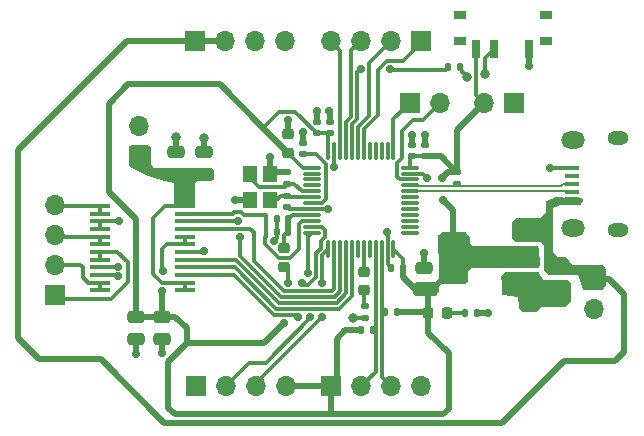
<source format=gbr>
%TF.GenerationSoftware,KiCad,Pcbnew,(6.0.11)*%
%TF.CreationDate,2023-06-03T19:27:43-07:00*%
%TF.ProjectId,stm32_PendCartBoard,73746d33-325f-4506-956e-644361727442,rev?*%
%TF.SameCoordinates,Original*%
%TF.FileFunction,Copper,L1,Top*%
%TF.FilePolarity,Positive*%
%FSLAX46Y46*%
G04 Gerber Fmt 4.6, Leading zero omitted, Abs format (unit mm)*
G04 Created by KiCad (PCBNEW (6.0.11)) date 2023-06-03 19:27:43*
%MOMM*%
%LPD*%
G01*
G04 APERTURE LIST*
G04 Aperture macros list*
%AMRoundRect*
0 Rectangle with rounded corners*
0 $1 Rounding radius*
0 $2 $3 $4 $5 $6 $7 $8 $9 X,Y pos of 4 corners*
0 Add a 4 corners polygon primitive as box body*
4,1,4,$2,$3,$4,$5,$6,$7,$8,$9,$2,$3,0*
0 Add four circle primitives for the rounded corners*
1,1,$1+$1,$2,$3*
1,1,$1+$1,$4,$5*
1,1,$1+$1,$6,$7*
1,1,$1+$1,$8,$9*
0 Add four rect primitives between the rounded corners*
20,1,$1+$1,$2,$3,$4,$5,0*
20,1,$1+$1,$4,$5,$6,$7,0*
20,1,$1+$1,$6,$7,$8,$9,0*
20,1,$1+$1,$8,$9,$2,$3,0*%
G04 Aperture macros list end*
%TA.AperFunction,SMDPad,CuDef*%
%ADD10RoundRect,0.218750X0.256250X-0.218750X0.256250X0.218750X-0.256250X0.218750X-0.256250X-0.218750X0*%
%TD*%
%TA.AperFunction,SMDPad,CuDef*%
%ADD11RoundRect,0.135000X0.185000X-0.135000X0.185000X0.135000X-0.185000X0.135000X-0.185000X-0.135000X0*%
%TD*%
%TA.AperFunction,ComponentPad*%
%ADD12R,1.700000X1.700000*%
%TD*%
%TA.AperFunction,ComponentPad*%
%ADD13O,1.700000X1.700000*%
%TD*%
%TA.AperFunction,SMDPad,CuDef*%
%ADD14RoundRect,0.140000X0.140000X0.170000X-0.140000X0.170000X-0.140000X-0.170000X0.140000X-0.170000X0*%
%TD*%
%TA.AperFunction,SMDPad,CuDef*%
%ADD15RoundRect,0.225000X0.250000X-0.225000X0.250000X0.225000X-0.250000X0.225000X-0.250000X-0.225000X0*%
%TD*%
%TA.AperFunction,SMDPad,CuDef*%
%ADD16RoundRect,0.218750X0.218750X0.256250X-0.218750X0.256250X-0.218750X-0.256250X0.218750X-0.256250X0*%
%TD*%
%TA.AperFunction,SMDPad,CuDef*%
%ADD17R,1.300000X0.450000*%
%TD*%
%TA.AperFunction,ComponentPad*%
%ADD18O,2.000000X1.450000*%
%TD*%
%TA.AperFunction,ComponentPad*%
%ADD19O,1.800000X1.150000*%
%TD*%
%TA.AperFunction,SMDPad,CuDef*%
%ADD20RoundRect,0.250000X-0.475000X0.250000X-0.475000X-0.250000X0.475000X-0.250000X0.475000X0.250000X0*%
%TD*%
%TA.AperFunction,SMDPad,CuDef*%
%ADD21RoundRect,0.250000X0.475000X-0.250000X0.475000X0.250000X-0.475000X0.250000X-0.475000X-0.250000X0*%
%TD*%
%TA.AperFunction,SMDPad,CuDef*%
%ADD22R,2.000000X1.500000*%
%TD*%
%TA.AperFunction,SMDPad,CuDef*%
%ADD23R,2.000000X3.800000*%
%TD*%
%TA.AperFunction,SMDPad,CuDef*%
%ADD24RoundRect,0.140000X0.170000X-0.140000X0.170000X0.140000X-0.170000X0.140000X-0.170000X-0.140000X0*%
%TD*%
%TA.AperFunction,SMDPad,CuDef*%
%ADD25RoundRect,0.135000X-0.135000X-0.185000X0.135000X-0.185000X0.135000X0.185000X-0.135000X0.185000X0*%
%TD*%
%TA.AperFunction,SMDPad,CuDef*%
%ADD26RoundRect,0.218750X-0.256250X0.218750X-0.256250X-0.218750X0.256250X-0.218750X0.256250X0.218750X0*%
%TD*%
%TA.AperFunction,SMDPad,CuDef*%
%ADD27R,1.750000X0.450000*%
%TD*%
%TA.AperFunction,SMDPad,CuDef*%
%ADD28R,1.200000X1.400000*%
%TD*%
%TA.AperFunction,SMDPad,CuDef*%
%ADD29RoundRect,0.135000X-0.185000X0.135000X-0.185000X-0.135000X0.185000X-0.135000X0.185000X0.135000X0*%
%TD*%
%TA.AperFunction,SMDPad,CuDef*%
%ADD30RoundRect,0.135000X0.135000X0.185000X-0.135000X0.185000X-0.135000X-0.185000X0.135000X-0.185000X0*%
%TD*%
%TA.AperFunction,SMDPad,CuDef*%
%ADD31R,1.000000X0.800000*%
%TD*%
%TA.AperFunction,SMDPad,CuDef*%
%ADD32R,0.700000X1.500000*%
%TD*%
%TA.AperFunction,SMDPad,CuDef*%
%ADD33RoundRect,0.140000X-0.170000X0.140000X-0.170000X-0.140000X0.170000X-0.140000X0.170000X0.140000X0*%
%TD*%
%TA.AperFunction,SMDPad,CuDef*%
%ADD34RoundRect,0.075000X-0.662500X-0.075000X0.662500X-0.075000X0.662500X0.075000X-0.662500X0.075000X0*%
%TD*%
%TA.AperFunction,SMDPad,CuDef*%
%ADD35RoundRect,0.075000X-0.075000X-0.662500X0.075000X-0.662500X0.075000X0.662500X-0.075000X0.662500X0*%
%TD*%
%TA.AperFunction,ViaPad*%
%ADD36C,0.800000*%
%TD*%
%TA.AperFunction,ViaPad*%
%ADD37C,0.700000*%
%TD*%
%TA.AperFunction,Conductor*%
%ADD38C,0.300000*%
%TD*%
%TA.AperFunction,Conductor*%
%ADD39C,0.500000*%
%TD*%
%TA.AperFunction,Conductor*%
%ADD40C,0.200000*%
%TD*%
G04 APERTURE END LIST*
D10*
%TO.P,D2,1,K*%
%TO.N,Net-(D2-Pad1)*%
X138200000Y-66097500D03*
%TO.P,D2,2,A*%
%TO.N,PB1*%
X138200000Y-64522500D03*
%TD*%
D11*
%TO.P,R6,1*%
%TO.N,GND*%
X138310000Y-68440000D03*
%TO.P,R6,2*%
%TO.N,Net-(D2-Pad1)*%
X138310000Y-67420000D03*
%TD*%
D12*
%TO.P,J7,1,Pin_1*%
%TO.N,Motor+*%
X119160000Y-54705000D03*
D13*
%TO.P,J7,2,Pin_2*%
%TO.N,GND*%
X119160000Y-52165000D03*
%TD*%
D12*
%TO.P,J6,1,Pin_1*%
%TO.N,+5V*%
X157700000Y-65140000D03*
D13*
%TO.P,J6,2,Pin_2*%
%TO.N,GND*%
X157700000Y-67680000D03*
%TD*%
D12*
%TO.P,J5,1,Pin_1*%
%TO.N,/SWCLK*%
X142065000Y-50260000D03*
D13*
%TO.P,J5,2,Pin_2*%
%TO.N,/SWDIO*%
X144605000Y-50260000D03*
%TD*%
D12*
%TO.P,J1,1,Pin_1*%
%TO.N,GND*%
X150895000Y-50260000D03*
D13*
%TO.P,J1,2,Pin_2*%
%TO.N,+3.3V*%
X148355000Y-50260000D03*
%TD*%
D14*
%TO.P,C9,1*%
%TO.N,+3.3VA*%
X131760000Y-61150000D03*
%TO.P,C9,2*%
%TO.N,GND*%
X130800000Y-61150000D03*
%TD*%
D15*
%TO.P,C3,1*%
%TO.N,+3.3V*%
X131750000Y-54455000D03*
%TO.P,C3,2*%
%TO.N,GND*%
X131750000Y-52905000D03*
%TD*%
D16*
%TO.P,D1,1,K*%
%TO.N,/PWR_LED_K*%
X145187500Y-68010000D03*
%TO.P,D1,2,A*%
%TO.N,+3.3V*%
X143612500Y-68010000D03*
%TD*%
D17*
%TO.P,J3,1,VBUS*%
%TO.N,+5V*%
X155830000Y-58400000D03*
%TO.P,J3,2,D-*%
%TO.N,/USB_D-*%
X155830000Y-57750000D03*
%TO.P,J3,3,D+*%
%TO.N,/USB_D+*%
X155830000Y-57100000D03*
%TO.P,J3,4,ID*%
%TO.N,unconnected-(J3-Pad4)*%
X155830000Y-56450000D03*
%TO.P,J3,5,GND*%
%TO.N,GND*%
X155830000Y-55800000D03*
D18*
%TO.P,J3,6,Shield*%
%TO.N,unconnected-(J3-Pad6)*%
X155880000Y-53375000D03*
X155880000Y-60825000D03*
D19*
X159680000Y-60975000D03*
X159680000Y-53225000D03*
%TD*%
D12*
%TO.P,J8,1,Pin_1*%
%TO.N,GND*%
X123970000Y-74220000D03*
D13*
%TO.P,J8,2,Pin_2*%
%TO.N,USART1_TX*%
X126510000Y-74220000D03*
%TO.P,J8,3,Pin_3*%
%TO.N,USART1_RX*%
X129050000Y-74220000D03*
%TO.P,J8,4,Pin_4*%
%TO.N,+3.3V*%
X131590000Y-74220000D03*
%TD*%
D20*
%TO.P,C16,1*%
%TO.N,+3.3V*%
X121070000Y-68340000D03*
%TO.P,C16,2*%
%TO.N,GND*%
X121070000Y-70240000D03*
%TD*%
D12*
%TO.P,J2,1,Pin_1*%
%TO.N,TIM4_CH1*%
X142980000Y-45000000D03*
D13*
%TO.P,J2,2,Pin_2*%
%TO.N,TIM4_CH2*%
X140440000Y-45000000D03*
%TO.P,J2,3,Pin_3*%
%TO.N,GPIO_INPUT1*%
X137900000Y-45000000D03*
%TO.P,J2,4,Pin_4*%
%TO.N,GPIO_INPUT2*%
X135360000Y-45000000D03*
%TD*%
D21*
%TO.P,C15,1*%
%TO.N,Motor+*%
X124670000Y-56320000D03*
%TO.P,C15,2*%
%TO.N,GND*%
X124670000Y-54420000D03*
%TD*%
D22*
%TO.P,U1,1,GND*%
%TO.N,GND*%
X152000000Y-65630000D03*
%TO.P,U1,2,VO*%
%TO.N,+3.3V*%
X152000000Y-63330000D03*
D23*
X145700000Y-63330000D03*
D22*
%TO.P,U1,3,VI*%
%TO.N,+5V*%
X152000000Y-61030000D03*
%TD*%
D24*
%TO.P,C4,1*%
%TO.N,+3.3V*%
X142270000Y-54770000D03*
%TO.P,C4,2*%
%TO.N,GND*%
X142270000Y-53810000D03*
%TD*%
D14*
%TO.P,C8,1*%
%TO.N,+3.3VA*%
X131760000Y-60110000D03*
%TO.P,C8,2*%
%TO.N,GND*%
X130800000Y-60110000D03*
%TD*%
D24*
%TO.P,C11,1*%
%TO.N,/NRST*%
X133050000Y-54570000D03*
%TO.P,C11,2*%
%TO.N,GND*%
X133050000Y-53610000D03*
%TD*%
D25*
%TO.P,R2,1*%
%TO.N,BOOT0*%
X145300000Y-47230000D03*
%TO.P,R2,2*%
%TO.N,Net-(R2-Pad2)*%
X146320000Y-47230000D03*
%TD*%
D24*
%TO.P,C7,1*%
%TO.N,+3.3V*%
X135270000Y-52800000D03*
%TO.P,C7,2*%
%TO.N,GND*%
X135270000Y-51840000D03*
%TD*%
D25*
%TO.P,R1,1*%
%TO.N,/PWR_LED_K*%
X146760000Y-68050000D03*
%TO.P,R1,2*%
%TO.N,GND*%
X147780000Y-68050000D03*
%TD*%
D26*
%TO.P,FB1,1*%
%TO.N,+3.3VA*%
X131450000Y-62552500D03*
%TO.P,FB1,2*%
%TO.N,+3.3V*%
X131450000Y-64127500D03*
%TD*%
D12*
%TO.P,J10,1,Pin_1*%
%TO.N,+5V*%
X123840000Y-45000000D03*
D13*
%TO.P,J10,2,Pin_2*%
X126380000Y-45000000D03*
%TO.P,J10,3,Pin_3*%
%TO.N,GND*%
X128920000Y-45000000D03*
%TO.P,J10,4,Pin_4*%
X131460000Y-45000000D03*
%TD*%
D24*
%TO.P,C12,1*%
%TO.N,/HSE_IN*%
X131690000Y-57100000D03*
%TO.P,C12,2*%
%TO.N,GND*%
X131690000Y-56140000D03*
%TD*%
D14*
%TO.P,C10,1*%
%TO.N,+3.3V*%
X141470000Y-64240000D03*
%TO.P,C10,2*%
%TO.N,GND*%
X140510000Y-64240000D03*
%TD*%
D20*
%TO.P,C17,1*%
%TO.N,+3.3V*%
X118890000Y-68350000D03*
%TO.P,C17,2*%
%TO.N,GND*%
X118890000Y-70250000D03*
%TD*%
D21*
%TO.P,C14,1*%
%TO.N,Motor+*%
X122250000Y-56280000D03*
%TO.P,C14,2*%
%TO.N,GND*%
X122250000Y-54380000D03*
%TD*%
D25*
%TO.P,R4,1*%
%TO.N,+3.3V*%
X137950000Y-69490000D03*
%TO.P,R4,2*%
%TO.N,I2C2_SCL*%
X138970000Y-69490000D03*
%TD*%
D27*
%TO.P,U3,1,AO1*%
%TO.N,Net-(J4-Pad4)*%
X115850000Y-58965000D03*
%TO.P,U3,2,AO1*%
X115850000Y-59615000D03*
%TO.P,U3,3,PGND1*%
%TO.N,GND*%
X115850000Y-60265000D03*
%TO.P,U3,4,PGND1*%
X115850000Y-60915000D03*
%TO.P,U3,5,AO2*%
%TO.N,Net-(J4-Pad3)*%
X115850000Y-61565000D03*
%TO.P,U3,6,AO2*%
X115850000Y-62215000D03*
%TO.P,U3,7,BO2*%
%TO.N,Net-(J4-Pad1)*%
X115850000Y-62865000D03*
%TO.P,U3,8,BO2*%
X115850000Y-63515000D03*
%TO.P,U3,9,PGND2*%
%TO.N,GND*%
X115850000Y-64165000D03*
%TO.P,U3,10,PGND2*%
X115850000Y-64815000D03*
%TO.P,U3,11,BO1*%
%TO.N,Net-(J4-Pad2)*%
X115850000Y-65465000D03*
%TO.P,U3,12,BO1*%
X115850000Y-66115000D03*
%TO.P,U3,13,VM2*%
%TO.N,Motor+*%
X123050000Y-66115000D03*
%TO.P,U3,14,VM3*%
X123050000Y-65465000D03*
%TO.P,U3,15,PWMB*%
%TO.N,PWMB*%
X123050000Y-64815000D03*
%TO.P,U3,16,BIN2*%
%TO.N,BOUT2*%
X123050000Y-64165000D03*
%TO.P,U3,17,BIN1*%
%TO.N,BOUT1*%
X123050000Y-63515000D03*
%TO.P,U3,18,GND*%
%TO.N,GND*%
X123050000Y-62865000D03*
%TO.P,U3,19,STBY*%
%TO.N,+3.3V*%
X123050000Y-62215000D03*
%TO.P,U3,20,VCC*%
X123050000Y-61565000D03*
%TO.P,U3,21,AIN1*%
%TO.N,AOUT1*%
X123050000Y-60915000D03*
%TO.P,U3,22,AIN2*%
%TO.N,AOUT2*%
X123050000Y-60265000D03*
%TO.P,U3,23,PWMA*%
%TO.N,PWMA*%
X123050000Y-59615000D03*
%TO.P,U3,24,VM1*%
%TO.N,Motor+*%
X123050000Y-58965000D03*
%TD*%
D12*
%TO.P,J4,1,Pin_1*%
%TO.N,Net-(J4-Pad1)*%
X112060000Y-66520000D03*
D13*
%TO.P,J4,2,Pin_2*%
%TO.N,Net-(J4-Pad2)*%
X112060000Y-63980000D03*
%TO.P,J4,3,Pin_3*%
%TO.N,Net-(J4-Pad3)*%
X112060000Y-61440000D03*
%TO.P,J4,4,Pin_4*%
%TO.N,Net-(J4-Pad4)*%
X112060000Y-58900000D03*
%TD*%
D21*
%TO.P,C2,1*%
%TO.N,+3.3V*%
X143280000Y-66110000D03*
%TO.P,C2,2*%
%TO.N,GND*%
X143280000Y-64210000D03*
%TD*%
D28*
%TO.P,Y1,1,1*%
%TO.N,/HSE_IN*%
X128540000Y-56280000D03*
%TO.P,Y1,2,2*%
%TO.N,GND*%
X128540000Y-58480000D03*
%TO.P,Y1,3,3*%
%TO.N,/HSE_OUT*%
X130240000Y-58480000D03*
%TO.P,Y1,4,4*%
%TO.N,GND*%
X130240000Y-56280000D03*
%TD*%
D24*
%TO.P,C5,1*%
%TO.N,+3.3V*%
X143350000Y-54780000D03*
%TO.P,C5,2*%
%TO.N,GND*%
X143350000Y-53820000D03*
%TD*%
D29*
%TO.P,R3,1*%
%TO.N,+3.3V*%
X146060000Y-56060000D03*
%TO.P,R3,2*%
%TO.N,/USB_D+*%
X146060000Y-57080000D03*
%TD*%
D30*
%TO.P,R5,1*%
%TO.N,+3.3V*%
X140950000Y-67920000D03*
%TO.P,R5,2*%
%TO.N,I2C2_SDA*%
X139930000Y-67920000D03*
%TD*%
D31*
%TO.P,SW1,*%
%TO.N,*%
X146300000Y-45005000D03*
X146300000Y-42795000D03*
X153600000Y-42795000D03*
X153600000Y-45005000D03*
D32*
%TO.P,SW1,1,A*%
%TO.N,GND*%
X152200000Y-45655000D03*
%TO.P,SW1,2,B*%
%TO.N,Net-(R2-Pad2)*%
X149200000Y-45655000D03*
%TO.P,SW1,3,C*%
%TO.N,+3.3V*%
X147700000Y-45655000D03*
%TD*%
D33*
%TO.P,C13,1*%
%TO.N,/HSE_OUT*%
X131690000Y-58090000D03*
%TO.P,C13,2*%
%TO.N,GND*%
X131690000Y-59050000D03*
%TD*%
D24*
%TO.P,C6,1*%
%TO.N,+3.3V*%
X134240000Y-52830000D03*
%TO.P,C6,2*%
%TO.N,GND*%
X134240000Y-51870000D03*
%TD*%
D12*
%TO.P,J9,1,Pin_1*%
%TO.N,+3.3V*%
X135420000Y-74240000D03*
D13*
%TO.P,J9,2,Pin_2*%
%TO.N,I2C2_SCL*%
X137960000Y-74240000D03*
%TO.P,J9,3,Pin_3*%
%TO.N,I2C2_SDA*%
X140500000Y-74240000D03*
%TO.P,J9,4,Pin_4*%
%TO.N,GND*%
X143040000Y-74240000D03*
%TD*%
D20*
%TO.P,C1,1*%
%TO.N,+5V*%
X154520000Y-64080000D03*
%TO.P,C1,2*%
%TO.N,GND*%
X154520000Y-65980000D03*
%TD*%
D34*
%TO.P,U2,1,VBAT*%
%TO.N,+3.3V*%
X133767500Y-55730000D03*
%TO.P,U2,2,PC13*%
%TO.N,unconnected-(U2-Pad2)*%
X133767500Y-56230000D03*
%TO.P,U2,3,PC14*%
%TO.N,unconnected-(U2-Pad3)*%
X133767500Y-56730000D03*
%TO.P,U2,4,PC15*%
%TO.N,unconnected-(U2-Pad4)*%
X133767500Y-57230000D03*
%TO.P,U2,5,PD0*%
%TO.N,/HSE_IN*%
X133767500Y-57730000D03*
%TO.P,U2,6,PD1*%
%TO.N,/HSE_OUT*%
X133767500Y-58230000D03*
%TO.P,U2,7,NRST*%
%TO.N,/NRST*%
X133767500Y-58730000D03*
%TO.P,U2,8,VSSA*%
%TO.N,GND*%
X133767500Y-59230000D03*
%TO.P,U2,9,VDDA*%
%TO.N,+3.3VA*%
X133767500Y-59730000D03*
%TO.P,U2,10,PA0*%
%TO.N,PWMA*%
X133767500Y-60230000D03*
%TO.P,U2,11,PA1*%
%TO.N,PWMB*%
X133767500Y-60730000D03*
%TO.P,U2,12,PA2*%
%TO.N,USART1_TX*%
X133767500Y-61230000D03*
D35*
%TO.P,U2,13,PA3*%
%TO.N,USART1_RX*%
X135180000Y-62642500D03*
%TO.P,U2,14,PA4*%
%TO.N,AOUT1*%
X135680000Y-62642500D03*
%TO.P,U2,15,PA5*%
%TO.N,AOUT2*%
X136180000Y-62642500D03*
%TO.P,U2,16,PA6*%
%TO.N,BOUT1*%
X136680000Y-62642500D03*
%TO.P,U2,17,PA7*%
%TO.N,BOUT2*%
X137180000Y-62642500D03*
%TO.P,U2,18,PB0*%
%TO.N,unconnected-(U2-Pad18)*%
X137680000Y-62642500D03*
%TO.P,U2,19,PB1*%
%TO.N,PB1*%
X138180000Y-62642500D03*
%TO.P,U2,20,PB2*%
%TO.N,unconnected-(U2-Pad20)*%
X138680000Y-62642500D03*
%TO.P,U2,21,PB10*%
%TO.N,I2C2_SCL*%
X139180000Y-62642500D03*
%TO.P,U2,22,PB11*%
%TO.N,I2C2_SDA*%
X139680000Y-62642500D03*
%TO.P,U2,23,VSS*%
%TO.N,GND*%
X140180000Y-62642500D03*
%TO.P,U2,24,VDD*%
%TO.N,+3.3V*%
X140680000Y-62642500D03*
D34*
%TO.P,U2,25,PB12*%
%TO.N,unconnected-(U2-Pad25)*%
X142092500Y-61230000D03*
%TO.P,U2,26,PB13*%
%TO.N,unconnected-(U2-Pad26)*%
X142092500Y-60730000D03*
%TO.P,U2,27,PB14*%
%TO.N,unconnected-(U2-Pad27)*%
X142092500Y-60230000D03*
%TO.P,U2,28,PB15*%
%TO.N,unconnected-(U2-Pad28)*%
X142092500Y-59730000D03*
%TO.P,U2,29,PA8*%
%TO.N,unconnected-(U2-Pad29)*%
X142092500Y-59230000D03*
%TO.P,U2,30,PA9*%
%TO.N,unconnected-(U2-Pad30)*%
X142092500Y-58730000D03*
%TO.P,U2,31,PA10*%
%TO.N,unconnected-(U2-Pad31)*%
X142092500Y-58230000D03*
%TO.P,U2,32,PA11*%
%TO.N,/USB_D-*%
X142092500Y-57730000D03*
%TO.P,U2,33,PA12*%
%TO.N,/USB_D+*%
X142092500Y-57230000D03*
%TO.P,U2,34,PA13*%
%TO.N,/SWDIO*%
X142092500Y-56730000D03*
%TO.P,U2,35,VSS*%
%TO.N,GND*%
X142092500Y-56230000D03*
%TO.P,U2,36,VDD*%
%TO.N,+3.3V*%
X142092500Y-55730000D03*
D35*
%TO.P,U2,37,PA14*%
%TO.N,/SWCLK*%
X140680000Y-54317500D03*
%TO.P,U2,38,PA15*%
%TO.N,unconnected-(U2-Pad38)*%
X140180000Y-54317500D03*
%TO.P,U2,39,PB3*%
%TO.N,unconnected-(U2-Pad39)*%
X139680000Y-54317500D03*
%TO.P,U2,40,PB4*%
%TO.N,unconnected-(U2-Pad40)*%
X139180000Y-54317500D03*
%TO.P,U2,41,PB5*%
%TO.N,unconnected-(U2-Pad41)*%
X138680000Y-54317500D03*
%TO.P,U2,42,PB6*%
%TO.N,TIM4_CH1*%
X138180000Y-54317500D03*
%TO.P,U2,43,PB7*%
%TO.N,TIM4_CH2*%
X137680000Y-54317500D03*
%TO.P,U2,44,BOOT0*%
%TO.N,BOOT0*%
X137180000Y-54317500D03*
%TO.P,U2,45,PB8*%
%TO.N,GPIO_INPUT1*%
X136680000Y-54317500D03*
%TO.P,U2,46,PB9*%
%TO.N,GPIO_INPUT2*%
X136180000Y-54317500D03*
%TO.P,U2,47,VSS*%
%TO.N,GND*%
X135680000Y-54317500D03*
%TO.P,U2,48,VDD*%
%TO.N,+3.3V*%
X135180000Y-54317500D03*
%TD*%
D36*
%TO.N,GND*%
X137290000Y-68480000D03*
%TO.N,Net-(R2-Pad2)*%
X148449500Y-47760000D03*
X146950500Y-48020000D03*
%TO.N,GND*%
X124670000Y-53190000D03*
X122260000Y-53140000D03*
D37*
X124630000Y-62815500D03*
X117400000Y-64180000D03*
X135260000Y-50940000D03*
X130220000Y-54830000D03*
X135130000Y-59210000D03*
X152720000Y-67460000D03*
X150240000Y-65250000D03*
X117380000Y-64930000D03*
X131760000Y-51720000D03*
X140170000Y-61210000D03*
X121090000Y-71460000D03*
X130539105Y-61931695D03*
X150240000Y-66100000D03*
X135690000Y-55700000D03*
X152200000Y-47100000D03*
X148710000Y-68070000D03*
X134230000Y-50950000D03*
X127240000Y-58440000D03*
X151830000Y-67460000D03*
X154530000Y-67180000D03*
X143330000Y-52930000D03*
X143520000Y-56605499D03*
X133040000Y-52680000D03*
X118880000Y-71490000D03*
X117405000Y-60265000D03*
X142289500Y-52940000D03*
X153930000Y-55790000D03*
X143260000Y-62940000D03*
%TO.N,+3.3V*%
X131410000Y-68919500D03*
X144840000Y-58440000D03*
X144780000Y-56605499D03*
X121160000Y-64470000D03*
X131766728Y-65460500D03*
X121046316Y-66162805D03*
%TO.N,USART1_TX*%
X133630000Y-68359500D03*
X133460058Y-64615432D03*
%TO.N,USART1_RX*%
X134659558Y-65460500D03*
X134659558Y-68359500D03*
%TO.N,BOOT0*%
X140389872Y-47399372D03*
X137910500Y-47370000D03*
%TO.N,PWMB*%
X132910000Y-65460500D03*
X132590000Y-68359500D03*
%TO.N,AOUT2*%
X127500000Y-60215500D03*
X127720000Y-61614500D03*
%TD*%
D38*
%TO.N,I2C2_SCL*%
X139160000Y-69490000D02*
X139180000Y-69470000D01*
X138970000Y-69490000D02*
X139160000Y-69490000D01*
X139180000Y-62642500D02*
X139180000Y-69470000D01*
X139180000Y-69470000D02*
X139180000Y-73020000D01*
%TO.N,I2C2_SDA*%
X139730000Y-67920000D02*
X139680000Y-67870000D01*
X139930000Y-67920000D02*
X139730000Y-67920000D01*
X139680000Y-67870000D02*
X139680000Y-73420000D01*
X139680000Y-62642500D02*
X139680000Y-67870000D01*
%TO.N,GND*%
X137330000Y-68440000D02*
X137290000Y-68480000D01*
X138310000Y-68440000D02*
X137330000Y-68440000D01*
%TO.N,Net-(D2-Pad1)*%
X138200000Y-67310000D02*
X138310000Y-67420000D01*
X138200000Y-66097500D02*
X138200000Y-67310000D01*
%TO.N,PB1*%
X138180000Y-64502500D02*
X138200000Y-64522500D01*
X138180000Y-62642500D02*
X138180000Y-64502500D01*
D39*
%TO.N,+3.3V*%
X135870000Y-73790000D02*
X135420000Y-74240000D01*
X136610000Y-69490000D02*
X135870000Y-70230000D01*
X135870000Y-70230000D02*
X135870000Y-73790000D01*
X137950000Y-69490000D02*
X136610000Y-69490000D01*
D38*
%TO.N,GND*%
X155820000Y-55790000D02*
X155830000Y-55800000D01*
X153930000Y-55790000D02*
X155820000Y-55790000D01*
D39*
%TO.N,+5V*%
X158940000Y-65140000D02*
X157700000Y-65140000D01*
X160230000Y-66430000D02*
X158940000Y-65140000D01*
X160230000Y-71320000D02*
X160230000Y-66430000D01*
X159470000Y-72080000D02*
X160230000Y-71320000D01*
X155150000Y-72080000D02*
X159470000Y-72080000D01*
X149910000Y-77320000D02*
X155150000Y-72080000D01*
X110682744Y-71920000D02*
X115890000Y-71920000D01*
X108920000Y-70157256D02*
X110682744Y-71920000D01*
X121290000Y-77320000D02*
X149910000Y-77320000D01*
X108920000Y-54220000D02*
X108920000Y-70157256D01*
X115890000Y-71920000D02*
X121290000Y-77320000D01*
X118140000Y-45000000D02*
X108920000Y-54220000D01*
X123840000Y-45000000D02*
X118140000Y-45000000D01*
%TO.N,+3.3V*%
X143522500Y-67920000D02*
X143612500Y-68010000D01*
X140950000Y-67920000D02*
X143522500Y-67920000D01*
D38*
%TO.N,Net-(R2-Pad2)*%
X148449500Y-46405500D02*
X149200000Y-45655000D01*
X148449500Y-47760000D02*
X148449500Y-46405500D01*
X146320000Y-47230000D02*
X146320000Y-47389500D01*
X146320000Y-47389500D02*
X146950500Y-48020000D01*
%TO.N,BOOT0*%
X140420500Y-47430000D02*
X140389872Y-47399372D01*
X145100000Y-47430000D02*
X140420500Y-47430000D01*
X145300000Y-47230000D02*
X145100000Y-47430000D01*
%TO.N,+3.3V*%
X147700000Y-49605000D02*
X148355000Y-50260000D01*
X147700000Y-45655000D02*
X147700000Y-49605000D01*
D39*
X146060000Y-52555000D02*
X148355000Y-50260000D01*
X146060000Y-56060000D02*
X146060000Y-52555000D01*
D38*
%TO.N,/SWDIO*%
X142370000Y-51680000D02*
X143185000Y-51680000D01*
X141005000Y-55331041D02*
X141390000Y-54946041D01*
X141390000Y-54946041D02*
X141390000Y-52660000D01*
X143185000Y-51680000D02*
X144605000Y-50260000D01*
X141005000Y-56481041D02*
X141005000Y-55331041D01*
X141253959Y-56730000D02*
X141005000Y-56481041D01*
X142092500Y-56730000D02*
X141253959Y-56730000D01*
X141390000Y-52660000D02*
X142370000Y-51680000D01*
%TO.N,/SWCLK*%
X140680000Y-51645000D02*
X142065000Y-50260000D01*
X140680000Y-54317500D02*
X140680000Y-51645000D01*
D39*
%TO.N,GND*%
X124670000Y-54420000D02*
X124670000Y-53190000D01*
X122250000Y-53150000D02*
X122260000Y-53140000D01*
X122250000Y-54380000D02*
X122250000Y-53150000D01*
%TO.N,+3.3V*%
X118200000Y-48680000D02*
X125975000Y-48680000D01*
X116560000Y-50320000D02*
X118200000Y-48680000D01*
X116560000Y-57770000D02*
X116560000Y-50320000D01*
X118890000Y-60100000D02*
X116560000Y-57770000D01*
X125975000Y-48680000D02*
X129655000Y-52360000D01*
X118890000Y-68350000D02*
X118890000Y-60100000D01*
%TO.N,+5V*%
X126380000Y-45000000D02*
X123840000Y-45000000D01*
%TO.N,GND*%
X131690000Y-56140000D02*
X130380000Y-56140000D01*
X133050000Y-53610000D02*
X133050000Y-52690000D01*
D38*
X143144501Y-56230000D02*
X143520000Y-56605499D01*
X115850000Y-64165000D02*
X117385000Y-64165000D01*
D39*
X143350000Y-52950000D02*
X143330000Y-52930000D01*
D38*
X124580500Y-62865000D02*
X124630000Y-62815500D01*
X115850000Y-60915000D02*
X115850000Y-60265000D01*
D39*
X152200000Y-47100000D02*
X152200000Y-45655000D01*
X133050000Y-52690000D02*
X133040000Y-52680000D01*
X121070000Y-71440000D02*
X121090000Y-71460000D01*
D38*
X117405000Y-60265000D02*
X115850000Y-60265000D01*
D39*
X134240000Y-51870000D02*
X134240000Y-50960000D01*
X121070000Y-70240000D02*
X121070000Y-71440000D01*
X142270000Y-52959500D02*
X142289500Y-52940000D01*
X143350000Y-53820000D02*
X143350000Y-52950000D01*
D38*
X117385000Y-64165000D02*
X117400000Y-64180000D01*
D39*
X142270000Y-53810000D02*
X142270000Y-52959500D01*
X128540000Y-58480000D02*
X127280000Y-58480000D01*
X127280000Y-58480000D02*
X127240000Y-58440000D01*
D38*
X133767500Y-59230000D02*
X131870000Y-59230000D01*
D39*
X154520000Y-67170000D02*
X154530000Y-67180000D01*
D38*
X133767500Y-59230000D02*
X135110000Y-59230000D01*
X123050000Y-62865000D02*
X124580500Y-62865000D01*
X140180000Y-61220000D02*
X140170000Y-61210000D01*
D39*
X148690000Y-68050000D02*
X148710000Y-68070000D01*
D38*
X135110000Y-59230000D02*
X135130000Y-59210000D01*
X142092500Y-56230000D02*
X143144501Y-56230000D01*
D39*
X135270000Y-50950000D02*
X135260000Y-50940000D01*
X143280000Y-64210000D02*
X143280000Y-62960000D01*
D38*
X130800000Y-61150000D02*
X130800000Y-61670800D01*
D39*
X147780000Y-68050000D02*
X148690000Y-68050000D01*
X118890000Y-70250000D02*
X118890000Y-71480000D01*
D38*
X115850000Y-64815000D02*
X117265000Y-64815000D01*
D39*
X143280000Y-62960000D02*
X143260000Y-62940000D01*
X130240000Y-54850000D02*
X130220000Y-54830000D01*
X134240000Y-50960000D02*
X134230000Y-50950000D01*
D38*
X117265000Y-64815000D02*
X117380000Y-64930000D01*
X130800000Y-61670800D02*
X130539105Y-61931695D01*
D39*
X118890000Y-71480000D02*
X118880000Y-71490000D01*
X135270000Y-51840000D02*
X135270000Y-50950000D01*
X131750000Y-52905000D02*
X131750000Y-51730000D01*
X130380000Y-56140000D02*
X130240000Y-56280000D01*
X130240000Y-56280000D02*
X130240000Y-54850000D01*
D38*
X135680000Y-54317500D02*
X135680000Y-55690000D01*
X130800000Y-60110000D02*
X130800000Y-61150000D01*
X140180000Y-62642500D02*
X140180000Y-61220000D01*
X131870000Y-59230000D02*
X131690000Y-59050000D01*
X135680000Y-55690000D02*
X135690000Y-55700000D01*
D39*
X131750000Y-51730000D02*
X131760000Y-51720000D01*
D38*
X140180000Y-62642500D02*
X140180000Y-63910000D01*
X140180000Y-63910000D02*
X140510000Y-64240000D01*
D39*
%TO.N,+3.3V*%
X129719500Y-70610000D02*
X123200000Y-70610000D01*
D38*
X121505000Y-62215000D02*
X121070000Y-62650000D01*
D39*
X135420000Y-74240000D02*
X135420000Y-76610000D01*
X135410000Y-76620000D02*
X122150000Y-76620000D01*
D38*
X123050000Y-62215000D02*
X121505000Y-62215000D01*
D39*
X142630000Y-66110000D02*
X141470000Y-64950000D01*
D38*
X121070000Y-62650000D02*
X121070000Y-64380000D01*
D39*
X144680000Y-54780000D02*
X143350000Y-54780000D01*
X121600000Y-76070000D02*
X121600000Y-72210000D01*
D38*
X121070000Y-64380000D02*
X121160000Y-64470000D01*
D39*
X129655000Y-52360000D02*
X131750000Y-54455000D01*
X135400000Y-74220000D02*
X135420000Y-74240000D01*
X122150000Y-76620000D02*
X121600000Y-76070000D01*
X143612500Y-68010000D02*
X143612500Y-66442500D01*
D38*
X134179950Y-52830000D02*
X132349950Y-51000000D01*
D39*
X143612500Y-66442500D02*
X143280000Y-66110000D01*
X146060000Y-56060000D02*
X145960000Y-56060000D01*
D38*
X133025000Y-55730000D02*
X131750000Y-54455000D01*
D39*
X145380000Y-76130000D02*
X144890000Y-76620000D01*
D38*
X130270000Y-51740000D02*
X130270000Y-51745000D01*
D39*
X143612500Y-68010000D02*
X143612500Y-69702500D01*
D38*
X131010000Y-51000000D02*
X130270000Y-51740000D01*
X142092500Y-54947500D02*
X142270000Y-54770000D01*
X134270000Y-52800000D02*
X134240000Y-52830000D01*
X141470000Y-63432500D02*
X140680000Y-62642500D01*
D39*
X121060000Y-68350000D02*
X121070000Y-68340000D01*
X123200000Y-70610000D02*
X123200000Y-69320000D01*
D38*
X141470000Y-64240000D02*
X141470000Y-63432500D01*
D39*
X145700000Y-59300000D02*
X144840000Y-58440000D01*
X123200000Y-69320000D02*
X122220000Y-68340000D01*
D38*
X132349950Y-51000000D02*
X131010000Y-51000000D01*
D39*
X145380000Y-71490000D02*
X145380000Y-76130000D01*
D38*
X143340000Y-54770000D02*
X143350000Y-54780000D01*
X135180000Y-52890000D02*
X135270000Y-52800000D01*
D39*
X121046316Y-66162805D02*
X121046316Y-68316316D01*
X121046316Y-68316316D02*
X121070000Y-68340000D01*
D38*
X130270000Y-51745000D02*
X129655000Y-52360000D01*
D39*
X135420000Y-76610000D02*
X135410000Y-76620000D01*
X122220000Y-68340000D02*
X121070000Y-68340000D01*
X143612500Y-69702500D02*
X145370000Y-71460000D01*
X145325499Y-56060000D02*
X146060000Y-56060000D01*
X121600000Y-72210000D02*
X123200000Y-70610000D01*
X141470000Y-64950000D02*
X141470000Y-64240000D01*
D38*
X134240000Y-52830000D02*
X134179950Y-52830000D01*
D39*
X118890000Y-68350000D02*
X121060000Y-68350000D01*
X144890000Y-76620000D02*
X135410000Y-76620000D01*
D38*
X135180000Y-54317500D02*
X135180000Y-52890000D01*
X142270000Y-54770000D02*
X143340000Y-54770000D01*
D39*
X131410000Y-68919500D02*
X129719500Y-70610000D01*
X143280000Y-66110000D02*
X142630000Y-66110000D01*
X145700000Y-63330000D02*
X145700000Y-59300000D01*
D38*
X142092500Y-55730000D02*
X142092500Y-54947500D01*
D39*
X131590000Y-74220000D02*
X135400000Y-74220000D01*
D38*
X133767500Y-55730000D02*
X133025000Y-55730000D01*
X135270000Y-52800000D02*
X134270000Y-52800000D01*
D39*
X145960000Y-56060000D02*
X144680000Y-54780000D01*
D38*
X131766728Y-64444228D02*
X131450000Y-64127500D01*
X123050000Y-61565000D02*
X123050000Y-62215000D01*
X131766728Y-65460500D02*
X131766728Y-64444228D01*
D39*
X144780000Y-56605499D02*
X145325499Y-56060000D01*
D38*
%TO.N,+3.3VA*%
X131450000Y-61460000D02*
X131760000Y-61150000D01*
X132140000Y-59730000D02*
X131760000Y-60110000D01*
X131450000Y-62552500D02*
X131450000Y-61460000D01*
X133767500Y-59730000D02*
X132140000Y-59730000D01*
D39*
X131760000Y-61150000D02*
X131760000Y-60110000D01*
D38*
%TO.N,/NRST*%
X133050000Y-54570000D02*
X134093959Y-54570000D01*
X134936041Y-58400000D02*
X134606041Y-58730000D01*
X134093959Y-54570000D02*
X134960000Y-55436041D01*
X134960000Y-55436041D02*
X134960000Y-58400000D01*
X134606041Y-58730000D02*
X133767500Y-58730000D01*
X134960000Y-58400000D02*
X134936041Y-58400000D01*
%TO.N,/HSE_IN*%
X131460000Y-57330000D02*
X131690000Y-57100000D01*
X132298959Y-57100000D02*
X132928959Y-57730000D01*
X128540000Y-56280000D02*
X128540000Y-56580000D01*
X128540000Y-56580000D02*
X129290000Y-57330000D01*
X131690000Y-57100000D02*
X132298959Y-57100000D01*
X132928959Y-57730000D02*
X133767500Y-57730000D01*
X129290000Y-57330000D02*
X131460000Y-57330000D01*
%TO.N,/HSE_OUT*%
X133767500Y-58230000D02*
X131830000Y-58230000D01*
X130240000Y-58480000D02*
X130740000Y-58480000D01*
X130740000Y-58480000D02*
X131130000Y-58090000D01*
X131830000Y-58230000D02*
X131690000Y-58090000D01*
X131130000Y-58090000D02*
X131690000Y-58090000D01*
%TO.N,Motor+*%
X121355000Y-58965000D02*
X123050000Y-58965000D01*
X123050000Y-65465000D02*
X123050000Y-66115000D01*
X120350000Y-64720000D02*
X120350000Y-59970000D01*
X120350000Y-59970000D02*
X121355000Y-58965000D01*
X121095000Y-65465000D02*
X120350000Y-64720000D01*
X123050000Y-65465000D02*
X121095000Y-65465000D01*
%TO.N,/PWR_LED_K*%
X145187500Y-68010000D02*
X146720000Y-68010000D01*
X146720000Y-68010000D02*
X146760000Y-68050000D01*
%TO.N,TIM4_CH1*%
X139350000Y-47450000D02*
X140140000Y-46660000D01*
X138180000Y-52474212D02*
X139350000Y-51304212D01*
X139350000Y-51304212D02*
X139350000Y-47450000D01*
X138180000Y-54317500D02*
X138180000Y-52474212D01*
X142980000Y-45190000D02*
X142980000Y-45000000D01*
X141510000Y-46660000D02*
X142980000Y-45190000D01*
X140140000Y-46660000D02*
X141510000Y-46660000D01*
%TO.N,TIM4_CH2*%
X138610000Y-46830000D02*
X140440000Y-45000000D01*
X138610000Y-51337106D02*
X138610000Y-46830000D01*
X137680000Y-54317500D02*
X137680000Y-52267106D01*
X137680000Y-52267106D02*
X138610000Y-51337106D01*
%TO.N,GPIO_INPUT1*%
X136680000Y-51840000D02*
X136680000Y-54317500D01*
X137900000Y-45000000D02*
X137100000Y-45800000D01*
X137100000Y-51420000D02*
X136680000Y-51840000D01*
X137100000Y-45800000D02*
X137100000Y-51420000D01*
%TO.N,GPIO_INPUT2*%
X136180000Y-54317500D02*
X136180000Y-45820000D01*
X136180000Y-45820000D02*
X135360000Y-45000000D01*
D40*
%TO.N,/USB_D-*%
X142092500Y-57730000D02*
X142117499Y-57705001D01*
X142117499Y-57705001D02*
X155785001Y-57705001D01*
X155785001Y-57705001D02*
X155830000Y-57750000D01*
%TO.N,/USB_D+*%
X155035000Y-57100000D02*
X155830000Y-57100000D01*
X154880000Y-57255000D02*
X155035000Y-57100000D01*
X142117499Y-57254999D02*
X154880000Y-57255000D01*
X142092500Y-57230000D02*
X142117499Y-57254999D01*
D38*
%TO.N,USART1_TX*%
X133630000Y-68490000D02*
X129880000Y-72240000D01*
X128490000Y-72240000D02*
X126510000Y-74220000D01*
X133630000Y-68359500D02*
X133630000Y-68490000D01*
X133460058Y-61537442D02*
X133767500Y-61230000D01*
X133460058Y-64615432D02*
X133460058Y-61537442D01*
X129880000Y-72240000D02*
X128490000Y-72240000D01*
%TO.N,USART1_RX*%
X134659558Y-63162942D02*
X135180000Y-62642500D01*
X134620500Y-68359500D02*
X129050000Y-73930000D01*
X129050000Y-73930000D02*
X129050000Y-74220000D01*
X134659558Y-65460500D02*
X134659558Y-63162942D01*
X134659558Y-68359500D02*
X134620500Y-68359500D01*
%TO.N,I2C2_SCL*%
X139180000Y-73020000D02*
X137960000Y-74240000D01*
%TO.N,I2C2_SDA*%
X139680000Y-73420000D02*
X140500000Y-74240000D01*
%TO.N,BOOT0*%
X137180000Y-52060000D02*
X137180000Y-54317500D01*
X137910500Y-47370000D02*
X137620000Y-47660500D01*
X137620000Y-47660500D02*
X137620000Y-51620000D01*
X137620000Y-51620000D02*
X137180000Y-52060000D01*
%TO.N,PWMA*%
X132680000Y-60460000D02*
X132910000Y-60230000D01*
X132680000Y-62601834D02*
X132680000Y-60460000D01*
X127110550Y-59615000D02*
X127210050Y-59515500D01*
X129839105Y-61641745D02*
X129839105Y-62220939D01*
X129839105Y-62220939D02*
X130958166Y-63340000D01*
X127210050Y-59515500D02*
X127789950Y-59515500D01*
X131941834Y-63340000D02*
X132680000Y-62601834D01*
X129900000Y-61580850D02*
X129839105Y-61641745D01*
X130958166Y-63340000D02*
X131941834Y-63340000D01*
X132910000Y-60230000D02*
X133767500Y-60230000D01*
X127994450Y-59720000D02*
X129900000Y-59720000D01*
X127789950Y-59515500D02*
X127994450Y-59720000D01*
X129900000Y-59720000D02*
X129900000Y-61580850D01*
X123050000Y-59615000D02*
X127110550Y-59615000D01*
%TO.N,PWMB*%
X127155000Y-64815000D02*
X123050000Y-64815000D01*
X133140000Y-65650000D02*
X132950500Y-65460500D01*
X132450500Y-68220000D02*
X130560000Y-68220000D01*
X132950500Y-65460500D02*
X132910000Y-65460500D01*
X134159558Y-62955836D02*
X134530000Y-62585394D01*
X133140000Y-65650000D02*
X133480108Y-65650000D01*
X134606041Y-60730000D02*
X133767500Y-60730000D01*
X134866980Y-61616980D02*
X134866980Y-60990939D01*
X130560000Y-68220000D02*
X127155000Y-64815000D01*
X134159558Y-64970550D02*
X134159558Y-62955836D01*
X132590000Y-68359500D02*
X132450500Y-68220000D01*
X134530000Y-61953960D02*
X134866980Y-61616980D01*
X133480108Y-65650000D02*
X134159558Y-64970550D01*
X134530000Y-62585394D02*
X134530000Y-61953960D01*
X134866980Y-60990939D02*
X134606041Y-60730000D01*
%TO.N,AOUT1*%
X135680000Y-65968682D02*
X135488682Y-66160000D01*
X135488682Y-66160000D02*
X131394212Y-66160000D01*
X128850000Y-61200000D02*
X128565000Y-60915000D01*
X135680000Y-62642500D02*
X135680000Y-65968682D01*
X128850000Y-63615788D02*
X128850000Y-61200000D01*
X128565000Y-60915000D02*
X123050000Y-60915000D01*
X131394212Y-66160000D02*
X128850000Y-63615788D01*
%TO.N,AOUT2*%
X127720000Y-63192894D02*
X127720000Y-61614500D01*
X127500000Y-60215500D02*
X127450500Y-60265000D01*
X127450500Y-60265000D02*
X123050000Y-60265000D01*
X131187106Y-66660000D02*
X127720000Y-63192894D01*
X135695788Y-66660000D02*
X131187106Y-66660000D01*
X136180000Y-66175788D02*
X135695788Y-66660000D01*
X136180000Y-62642500D02*
X136180000Y-66175788D01*
%TO.N,BOUT1*%
X136680000Y-62642500D02*
X136680000Y-66382894D01*
X136680000Y-66382894D02*
X135902894Y-67160000D01*
X130980000Y-67160000D02*
X127335000Y-63515000D01*
X127335000Y-63515000D02*
X123050000Y-63515000D01*
X135902894Y-67160000D02*
X130980000Y-67160000D01*
%TO.N,BOUT2*%
X137180000Y-66590000D02*
X136110000Y-67660000D01*
X137180000Y-62642500D02*
X137180000Y-66590000D01*
X136110000Y-67660000D02*
X130772894Y-67660000D01*
X130772894Y-67660000D02*
X127277894Y-64165000D01*
X127277894Y-64165000D02*
X123050000Y-64165000D01*
%TO.N,Net-(J4-Pad1)*%
X118200000Y-65410000D02*
X116780000Y-66830000D01*
X116780000Y-66830000D02*
X112370000Y-66830000D01*
X115850000Y-62865000D02*
X115850000Y-63515000D01*
X112370000Y-66830000D02*
X112060000Y-66520000D01*
X117305000Y-62865000D02*
X118200000Y-63760000D01*
X115850000Y-62865000D02*
X117305000Y-62865000D01*
X118200000Y-63760000D02*
X118200000Y-65410000D01*
%TO.N,Net-(J4-Pad2)*%
X114370000Y-64180000D02*
X114170000Y-63980000D01*
X114370000Y-64980000D02*
X114370000Y-64180000D01*
X115850000Y-65465000D02*
X115850000Y-66115000D01*
X114170000Y-63980000D02*
X112060000Y-63980000D01*
X115850000Y-65465000D02*
X114855000Y-65465000D01*
X114855000Y-65465000D02*
X114370000Y-64980000D01*
%TO.N,Net-(J4-Pad3)*%
X115850000Y-62215000D02*
X115850000Y-61565000D01*
X112185000Y-61565000D02*
X112060000Y-61440000D01*
X115850000Y-61565000D02*
X112185000Y-61565000D01*
%TO.N,Net-(J4-Pad4)*%
X112125000Y-58965000D02*
X112060000Y-58900000D01*
X115850000Y-59615000D02*
X115850000Y-58965000D01*
X115850000Y-58965000D02*
X112125000Y-58965000D01*
%TD*%
%TA.AperFunction,Conductor*%
%TO.N,+5V*%
G36*
X155054169Y-58247968D02*
G01*
X155101141Y-58268735D01*
X155101147Y-58268737D01*
X155109673Y-58272506D01*
X155118935Y-58273586D01*
X155118936Y-58273586D01*
X155121959Y-58273938D01*
X155135354Y-58275500D01*
X156524646Y-58275500D01*
X156528300Y-58275065D01*
X156528302Y-58275065D01*
X156541605Y-58273482D01*
X156541607Y-58273482D01*
X156550846Y-58272382D01*
X156550853Y-58272442D01*
X156615570Y-58273564D01*
X156673685Y-58312352D01*
X156701603Y-58376401D01*
X156702514Y-58387921D01*
X156708595Y-58576457D01*
X156691081Y-58644096D01*
X156683859Y-58654854D01*
X156566670Y-58811106D01*
X156510699Y-58852927D01*
X156468887Y-58860698D01*
X154793435Y-58879846D01*
X154793433Y-58879846D01*
X154780000Y-58880000D01*
X154190000Y-59160000D01*
X154190141Y-59177615D01*
X154190141Y-59177616D01*
X154210620Y-61730612D01*
X154220000Y-62900000D01*
X154500000Y-63300000D01*
X154510981Y-63300388D01*
X154510983Y-63300388D01*
X155288857Y-63327842D01*
X155355160Y-63349879D01*
X155385489Y-63379836D01*
X155820000Y-63990000D01*
X158371852Y-63990000D01*
X158438891Y-64009685D01*
X158483717Y-64060499D01*
X158658329Y-64425596D01*
X158670447Y-64477048D01*
X158689373Y-65622074D01*
X158669302Y-65691786D01*
X158446146Y-66034490D01*
X158393069Y-66079928D01*
X158343766Y-66090818D01*
X156876191Y-66108936D01*
X156808913Y-66090080D01*
X156762510Y-66037845D01*
X156758972Y-66029580D01*
X156306418Y-64856634D01*
X156300000Y-64840000D01*
X156281423Y-64839329D01*
X156281421Y-64839328D01*
X155470729Y-64810026D01*
X155470700Y-64810025D01*
X155470000Y-64810000D01*
X155469286Y-64809991D01*
X155469265Y-64809991D01*
X154785623Y-64801853D01*
X153841546Y-64790614D01*
X153774747Y-64770133D01*
X153754080Y-64753024D01*
X153485989Y-64477048D01*
X153484110Y-64475113D01*
X153451519Y-64413314D01*
X153449076Y-64391053D01*
X153442840Y-64060499D01*
X153410000Y-62320000D01*
X153100000Y-62000000D01*
X151113321Y-62009787D01*
X151046186Y-61990433D01*
X151035980Y-61983197D01*
X150787676Y-61787563D01*
X150747199Y-61730612D01*
X150740419Y-61689307D01*
X150749634Y-60353069D01*
X150769780Y-60286167D01*
X150788646Y-60263627D01*
X151054191Y-60013703D01*
X151116500Y-59982091D01*
X151139176Y-59980000D01*
X153110000Y-59980000D01*
X153380757Y-59758974D01*
X153586190Y-59591274D01*
X153586191Y-59591273D01*
X153600000Y-59580000D01*
X153581719Y-58638541D01*
X153600099Y-58571133D01*
X153652004Y-58524362D01*
X153663186Y-58519650D01*
X154409369Y-58247411D01*
X154451299Y-58239901D01*
X155003466Y-58237380D01*
X155054169Y-58247968D01*
G37*
%TD.AperFunction*%
%TD*%
%TA.AperFunction,Conductor*%
%TO.N,GND*%
G36*
X152995740Y-64569685D02*
G01*
X153035868Y-64611620D01*
X153381030Y-65204592D01*
X153381033Y-65204594D01*
X153390000Y-65220000D01*
X153403982Y-65220324D01*
X153403983Y-65220324D01*
X155490288Y-65268618D01*
X155556854Y-65289849D01*
X155586142Y-65317555D01*
X155714724Y-65486742D01*
X155739616Y-65552027D01*
X155740000Y-65561772D01*
X155740000Y-66952061D01*
X155720315Y-67019100D01*
X155707753Y-67035472D01*
X155276899Y-67509411D01*
X155217238Y-67545775D01*
X155185146Y-67550000D01*
X153190000Y-67550000D01*
X152936502Y-67864687D01*
X152879119Y-67904543D01*
X152841821Y-67910882D01*
X151937522Y-67924583D01*
X151636090Y-67929150D01*
X151568760Y-67910483D01*
X151542329Y-67888432D01*
X151321116Y-67644335D01*
X151290683Y-67581442D01*
X151289025Y-67563677D01*
X151270375Y-66677824D01*
X151270000Y-66660000D01*
X151260685Y-66658794D01*
X149965860Y-66491197D01*
X149901902Y-66463070D01*
X149863303Y-66404829D01*
X149857799Y-66370577D01*
X149841018Y-65486742D01*
X149830656Y-64941031D01*
X149849065Y-64873630D01*
X149856430Y-64862968D01*
X150053309Y-64607592D01*
X150109830Y-64566517D01*
X150150086Y-64559309D01*
X150959304Y-64550008D01*
X150960729Y-64550000D01*
X152928701Y-64550000D01*
X152995740Y-64569685D01*
G37*
%TD.AperFunction*%
%TD*%
%TA.AperFunction,Conductor*%
%TO.N,+3.3V*%
G36*
X146822491Y-61209685D02*
G01*
X146846859Y-61230210D01*
X147023133Y-61422508D01*
X147108171Y-61515277D01*
X147138961Y-61577997D01*
X147140748Y-61597094D01*
X147150000Y-62180000D01*
X147420000Y-62370000D01*
X147439101Y-62370035D01*
X147439102Y-62370035D01*
X152853795Y-62379898D01*
X152920798Y-62399705D01*
X152956743Y-62435115D01*
X153019429Y-62529144D01*
X153040252Y-62597083D01*
X153049818Y-64003244D01*
X153039134Y-64054449D01*
X153002792Y-64136219D01*
X152957577Y-64189486D01*
X152889261Y-64209858D01*
X147297827Y-64200031D01*
X147297826Y-64200031D01*
X147280000Y-64200000D01*
X146990000Y-64560000D01*
X146990154Y-64572759D01*
X146999147Y-65319238D01*
X146980271Y-65386510D01*
X146939509Y-65426726D01*
X146749375Y-65542165D01*
X146685633Y-65560169D01*
X144707829Y-65569912D01*
X144707828Y-65569912D01*
X144690000Y-65570000D01*
X144683897Y-65577067D01*
X144683896Y-65577067D01*
X144511652Y-65776508D01*
X144500000Y-65790000D01*
X144500000Y-66202456D01*
X144479174Y-66271239D01*
X144378260Y-66422611D01*
X144296555Y-66545168D01*
X144242990Y-66590029D01*
X144194102Y-66600383D01*
X142603597Y-66609630D01*
X142536444Y-66590335D01*
X142502593Y-66558565D01*
X142403717Y-66422611D01*
X142380206Y-66356816D01*
X142380000Y-66349678D01*
X142380000Y-65760136D01*
X142399685Y-65693097D01*
X142414846Y-65673953D01*
X142633445Y-65447817D01*
X142694192Y-65413298D01*
X142722599Y-65410000D01*
X144270000Y-65410000D01*
X144510000Y-65090000D01*
X144504301Y-64572759D01*
X144470618Y-61516042D01*
X144489562Y-61448790D01*
X144511658Y-61422508D01*
X144734631Y-61221832D01*
X144797630Y-61191616D01*
X144817583Y-61190000D01*
X146755452Y-61190000D01*
X146822491Y-61209685D01*
G37*
%TD.AperFunction*%
%TD*%
%TA.AperFunction,Conductor*%
%TO.N,Motor+*%
G36*
X119934890Y-53849601D02*
G01*
X120002887Y-53870021D01*
X120037340Y-53903343D01*
X120117801Y-54018287D01*
X120140565Y-54088704D01*
X120159661Y-55396768D01*
X120160000Y-55420000D01*
X120167080Y-55433275D01*
X120311473Y-55704013D01*
X120311474Y-55704014D01*
X120320000Y-55720000D01*
X120336073Y-55720033D01*
X120336075Y-55720033D01*
X124553056Y-55728586D01*
X125205167Y-55729909D01*
X125273247Y-55750049D01*
X125284699Y-55758390D01*
X125423788Y-55872190D01*
X125463844Y-55930808D01*
X125470000Y-55969709D01*
X125470000Y-56593541D01*
X125450532Y-56660824D01*
X125387084Y-56761283D01*
X125333796Y-56808198D01*
X125280552Y-56820000D01*
X124170000Y-56820000D01*
X123910000Y-57000000D01*
X123910000Y-58963500D01*
X123889998Y-59031621D01*
X123836342Y-59078114D01*
X123784000Y-59089500D01*
X122187790Y-59089500D01*
X122119669Y-59069498D01*
X122073176Y-59015842D01*
X122061796Y-58962294D01*
X122079827Y-57078114D01*
X122079827Y-57078113D01*
X122080000Y-57060000D01*
X121316477Y-56830943D01*
X119890418Y-56403125D01*
X119870275Y-56395137D01*
X118525563Y-55722781D01*
X118482454Y-55687440D01*
X118316542Y-55474125D01*
X118290508Y-55408073D01*
X118290000Y-55396768D01*
X118290000Y-54100447D01*
X118296466Y-54060603D01*
X118341095Y-53926715D01*
X118381612Y-53868415D01*
X118447216Y-53841275D01*
X118461402Y-53840561D01*
X119934890Y-53849601D01*
G37*
%TD.AperFunction*%
%TD*%
M02*

</source>
